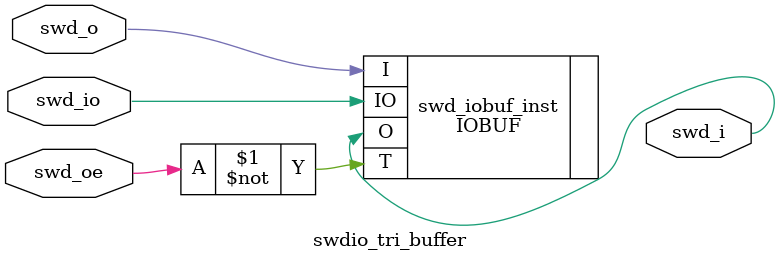
<source format=v>
`timescale 1ns / 1ps


module swdio_tri_buffer(
    input       swd_o,
    input       swd_oe,
    output      swd_i,
    
    inout       swd_io
    );
    
    IOBUF swd_iobuf_inst(
        .O      (swd_i),
        .I      (swd_o),
        .IO     (swd_io),
        
        .T      (~swd_oe)                  //high: chip outside to chip inside, low: chip inside to chip outside
    );
endmodule

</source>
